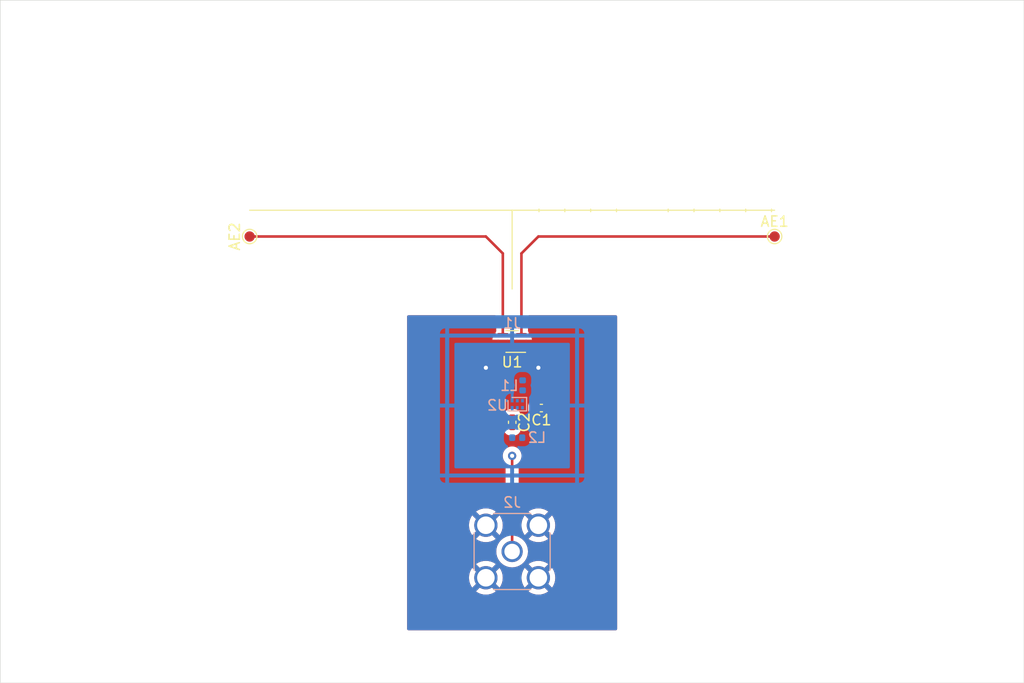
<source format=kicad_pcb>
(kicad_pcb (version 20211014) (generator pcbnew)
  (layers (0 "F.Cu" signal) (1 "In1.Cu" signal) (2 "In2.Cu" signal) (3 "In3.Cu" signal) (4 "In4.Cu" signal) (31 "B.Cu" signal) (34 "B.Paste" user) (35 "F.Paste" user) (36 "B.SilkS" user "B.Silkscreen") (37 "F.SilkS" user "F.Silkscreen") (38 "B.Mask" user) (39 "F.Mask" user) (44 "Edge.Cuts" user))
  (net 0 "")
  (net 1 "VCC")
  (net 2 "Net-(AE1-Pad1)")
  (net 3 "GNDA")
  (net 4 "Net-(C2-Pad1)")
  (net 5 "Net-(C2-Pad2)")
  (net 6 "Net-(L1-Pad2)")
  (net 7 "Net-(AE2-Pad1)")
  (net 8 "Net-(L1-Pad1)")
  (footprint "Capacitor_SMD:C_0402_1005Metric" (layer "F.Cu") (at 152.409049 106.878899 -90)
    (fp_text reference "C2" (at 0 -1.16 90) (layer "F.SilkS"))
    (fp_text value "0.7p")
    (fp_line (start -0.107836 0.36) (end 0.107836 0.36) (layer "F.SilkS") (width 0.12))
    (fp_line (start -0.107836 -0.36) (end 0.107836 -0.36) (layer "F.SilkS") (width 0.12))
    (pad "1" smd roundrect (at -0.48 0 270) (size 0.56 0.62) (layers "F.Cu" "F.Paste" "F.Mask") (net 4 "Net-(C2-Pad1)"))
    (pad "2" smd roundrect (at 0.48 0 270) (size 0.56 0.62) (layers "F.Cu" "F.Paste" "F.Mask") (net 5 "Net-(C2-Pad2)"))
  )
  (footprint "RF_Converter:Balun_Johanson_5400BL15B050E" (layer "F.Cu") (at 152.4 99.06 180)
    (fp_text reference "U1" (at 0 -2) (layer "F.SilkS"))
    (fp_text value "5400BL15B050")
    (fp_line (start -0.6 1.05) (end 0.6 1.05) (layer "F.SilkS") (width 0.12))
    (fp_line (start -1.3 -1.05) (end 0.6 -1.05) (layer "F.SilkS") (width 0.12))
    (pad "1" smd rect (at -0.9 -0.65 180) (size 1 0.35) (layers "F.Cu" "F.Paste" "F.Mask") (net 8 "Net-(L1-Pad1)") (clearance 0.2))
    (pad "2" smd rect (at -0.9 0 180) (size 1 0.35) (layers "F.Cu" "F.Paste" "F.Mask") (net 3 "GNDA"))
    (pad "3" smd rect (at -0.9 0.65 180) (size 1 0.35) (layers "F.Cu" "F.Paste" "F.Mask") (net 2 "Net-(AE1-Pad1)") (clearance 0.2))
    (pad "4" smd rect (at 0.9 0.65 180) (size 1 0.35) (layers "F.Cu" "F.Paste" "F.Mask") (net 7 "Net-(AE2-Pad1)") (clearance 0.2))
    (pad "5" smd rect (at 0.9 0 180) (size 1 0.35) (layers "F.Cu" "F.Paste" "F.Mask") (net 3 "GNDA"))
    (pad "6" smd rect (at 0.9 -0.65 180) (size 1 0.35) (layers "F.Cu" "F.Paste" "F.Mask") (clearance 0.2))
  )
  (footprint "Capacitor_SMD:C_0402_1005Metric" (layer "F.Cu") (at 155.23 105.5 180)
    (fp_text reference "C1" (at 0 -1.16) (layer "F.SilkS"))
    (fp_text value "0.1nF")
    (fp_line (start -0.107836 0.36) (end 0.107836 0.36) (layer "F.SilkS") (width 0.12))
    (fp_line (start -0.107836 -0.36) (end 0.107836 -0.36) (layer "F.SilkS") (width 0.12))
    (pad "1" smd roundrect (at -0.48 0 180) (size 0.56 0.62) (layers "F.Cu" "F.Paste" "F.Mask") (net 3 "GNDA"))
    (pad "2" smd roundrect (at 0.48 0 180) (size 0.56 0.62) (layers "F.Cu" "F.Paste" "F.Mask") (net 1 "VCC"))
  )
  (footprint "TestPoint:TestPoint_Pad_D1.0mm" (layer "F.Cu") (at 177.8 88.9)
    (fp_text reference "AE1" (at 0 -1.448) (layer "F.SilkS"))
    (fp_text value "Antenna")
    (fp_circle (center 0 0) (end 0 0.7) (layer "F.SilkS") (width 0.12) (fill none))
    (pad "1" smd circle (at 0 0) (size 1 1) (layers "F.Cu" "F.Mask") (net 2 "Net-(AE1-Pad1)"))
  )
  (footprint "TestPoint:TestPoint_Pad_D1.0mm" (layer "F.Cu") (at 127 88.9 90)
    (fp_text reference "AE2" (at 0 -1.448 90) (layer "F.SilkS"))
    (fp_text value "Antenna")
    (fp_circle (center 0 0) (end 0 0.7) (layer "F.SilkS") (width 0.12) (fill none))
    (pad "1" smd circle (at 0 0 90) (size 1 1) (layers "F.Cu" "F.Mask") (net 7 "Net-(AE2-Pad1)"))
  )
  (footprint "Connector_Coaxial:SMA_Amphenol_132134_Vertical" (layer "B.Cu") (at 152.4 119.38 180)
    (fp_text reference "J2" (at 0 4.75) (layer "B.SilkS") (effects (justify mirror)))
    (fp_text value "Conn_Coaxial")
    (fp_line (start -1.8 3.68) (end 1.8 3.68) (layer "B.SilkS") (width 0.12))
    (fp_line (start -3.68 1.8) (end -3.68 -1.8) (layer "B.SilkS") (width 0.12))
    (fp_line (start 3.68 1.8) (end 3.68 -1.8) (layer "B.SilkS") (width 0.12))
    (fp_line (start -1.8 -3.68) (end 1.8 -3.68) (layer "B.SilkS") (width 0.12))
    (pad "1" thru_hole circle (at 0 0 180) (size 2.05 2.05) (drill 1.5) (layers *.Cu *.Mask) (net 5 "Net-(C2-Pad2)"))
    (pad "2" thru_hole circle (at -2.54 2.54 180) (size 2.25 2.25) (drill 1.7) (layers *.Cu *.Mask) (net 3 "GNDA"))
    (pad "2" thru_hole circle (at 2.54 2.54 180) (size 2.25 2.25) (drill 1.7) (layers *.Cu *.Mask) (net 3 "GNDA"))
    (pad "2" thru_hole circle (at 2.54 -2.54 180) (size 2.25 2.25) (drill 1.7) (layers *.Cu *.Mask) (net 3 "GNDA"))
    (pad "2" thru_hole circle (at -2.54 -2.54 180) (size 2.25 2.25) (drill 1.7) (layers *.Cu *.Mask) (net 3 "GNDA"))
  )
  (footprint "RF_Shielding:Laird_Technologies_97-2003_12.70x13.37mm" (layer "B.Cu") (at 152.4 105.26 180)
    (fp_text reference "J1" (at 0 7.96) (layer "B.SilkS") (effects (justify mirror)))
    (fp_text value "RFShield_OnePiece")
    (pad "1" smd rect (at 0 -6.77 180) (size 12.19 0.38) (layers "B.Cu" "B.Paste" "B.Mask") (net 3 "GNDA"))
    (pad "1" smd rect (at 0 6.77 180) (size 12.19 0.38) (layers "B.Cu" "B.Paste" "B.Mask") (net 3 "GNDA"))
    (pad "1" smd rect (at -6.285 6.77 180) (size 0.38 0.38) (layers "B.Cu" "B.Paste" "B.Mask") (net 3 "GNDA"))
    (pad "1" smd rect (at 6.285 -6.77 180) (size 0.38 0.38) (layers "B.Cu" "B.Paste" "B.Mask") (net 3 "GNDA"))
    (pad "1" smd rect (at 6.285 6.77 180) (size 0.38 0.38) (layers "B.Cu" "B.Paste" "B.Mask") (net 3 "GNDA"))
    (pad "1" smd rect (at 6.285 0 180) (size 0.38 13.16) (layers "B.Cu" "B.Paste" "B.Mask") (net 3 "GNDA"))
    (pad "1" smd rect (at -6.285 0 180) (size 0.38 13.16) (layers "B.Cu" "B.Paste" "B.Mask") (net 3 "GNDA"))
    (pad "1" smd rect (at -6.285 -6.77 180) (size 0.38 0.38) (layers "B.Cu" "B.Paste" "B.Mask") (net 3 "GNDA"))
  )
  (footprint "Package_TO_SOT_SMD:SOT-886" (layer "B.Cu") (at 152.900082 105.125383 -90)
    (fp_text reference "U2" (at 0.10497 1.918214 180) (layer "B.SilkS") (effects (justify mirror)))
    (fp_text value "BGU7005")
    (fp_line (start 0.65 -0.9) (end 0.65 0.9) (layer "B.SilkS") (width 0.12))
    (fp_line (start -0.65 -0.9) (end 0.65 -0.9) (layer "B.SilkS") (width 0.12))
    (fp_line (start -0.65 0.5) (end -0.65 -0.9) (layer "B.SilkS") (width 0.12))
    (fp_line (start 0.65 0.9) (end -0.35 0.9) (layer "B.SilkS") (width 0.12))
    (pad "1" smd rect (at -0.34 0.5 270) (size 0.33 0.27) (layers "B.Cu" "B.Paste" "B.Mask") (net 3 "GNDA"))
    (pad "2" smd rect (at -0.34 0 270) (size 0.33 0.27) (layers "B.Cu" "B.Paste" "B.Mask") (net 3 "GNDA"))
    (pad "3" smd rect (at -0.34 -0.5 270) (size 0.33 0.27) (layers "B.Cu" "B.Paste" "B.Mask") (net 6 "Net-(L1-Pad2)"))
    (pad "4" smd rect (at 0.34 -0.5 270) (size 0.33 0.27) (layers "B.Cu" "B.Paste" "B.Mask") (net 1 "VCC"))
    (pad "5" smd rect (at 0.34 0 270) (size 0.33 0.27) (layers "B.Cu" "B.Paste" "B.Mask") (net 1 "VCC"))
    (pad "6" smd rect (at 0.34 0.5 270) (size 0.33 0.27) (layers "B.Cu" "B.Paste" "B.Mask") (net 4 "Net-(C2-Pad1)"))
  )
  (footprint "Inductor_SMD:L_0402_1005Metric" (layer "B.Cu") (at 152.891438 108.366778 180)
    (fp_text reference "L2" (at -1.914134 0.014729) (layer "B.SilkS") (effects (justify mirror)))
    (fp_text value "27n")
    (pad "1" smd roundrect (at -0.485 0 180) (size 0.59 0.64) (layers "B.Cu" "B.Paste" "B.Mask") (net 1 "VCC"))
    (pad "2" smd roundrect (at 0.485 0 180) (size 0.59 0.64) (layers "B.Cu" "B.Paste" "B.Mask") (net 5 "Net-(C2-Pad2)"))
  )
  (footprint "Inductor_SMD:L_0402_1005Metric" (layer "B.Cu") (at 153.416492 103.303564 -90)
    (fp_text reference "L1" (at 0.029873 1.284525) (layer "B.SilkS") (effects (justify mirror)))
    (fp_text value "5.6n")
    (pad "1" smd roundrect (at -0.485 0 270) (size 0.59 0.64) (layers "B.Cu" "B.Paste" "B.Mask") (net 8 "Net-(L1-Pad1)"))
    (pad "2" smd roundrect (at 0.485 0 270) (size 0.59 0.64) (layers "B.Cu" "B.Paste" "B.Mask") (net 6 "Net-(L1-Pad2)"))
  )
  (gr_line (start 152.4 86.36) (end 177.8 86.36) (layer "F.SilkS") (width 0.12))
  (gr_line (start 177.5 86.25) (end 177.5 86.5) (layer "F.SilkS") (width 0.12))
  (gr_line (start 152.4 93.98) (end 152.4 86.36) (layer "F.SilkS") (width 0.12))
  (gr_line (start 152.4 86.36) (end 127 86.36) (layer "F.SilkS") (width 0.12))
  (gr_line (start 160 86.25) (end 160 86.5) (layer "F.SilkS") (width 0.12))
  (gr_line (start 175 86.25) (end 175 86.5) (layer "F.SilkS") (width 0.12))
  (gr_line (start 162.5 86.25) (end 162.5 86.5) (layer "F.SilkS") (width 0.12))
  (gr_line (start 155 86.25) (end 155 86.5) (layer "F.SilkS") (width 0.12))
  (gr_line (start 167.5 86.25) (end 167.5 86.5) (layer "F.SilkS") (width 0.12))
  (gr_line (start 157.5 86.25) (end 157.5 86.5) (layer "F.SilkS") (width 0.12))
  (gr_line (start 170 86.25) (end 170 86.5) (layer "F.SilkS") (width 0.12))
  (gr_line (start 172.5 86.25) (end 172.5 86.5) (layer "F.SilkS") (width 0.12))
  (gr_rect (start 102.87 66.04) (end 201.93 132.08) (layer "Edge.Cuts") (width 0.05) (fill none))
  (segment (start 154.94 88.9) (end 153.3 90.54) (width 0.25) (layer "F.Cu") (net 2))
  (segment (start 153.3 90.54) (end 153.3 98.41) (width 0.25) (layer "F.Cu") (net 2))
  (segment (start 177.8 88.9) (end 154.94 88.9) (width 0.25) (layer "F.Cu") (net 2))
  (segment (start 150.75 99.06) (end 149.86 99.95) (width 0.25) (layer "F.Cu") (net 3))
  (segment (start 151.5 99.06) (end 153.3 99.06) (width 0.25) (layer "F.Cu") (net 3))
  (segment (start 149.86 99.95) (end 149.86 101.6) (width 0.25) (layer "F.Cu") (net 3))
  (segment (start 153.3 99.06) (end 154.05 99.06) (width 0.25) (layer "F.Cu") (net 3))
  (segment (start 154.94 99.95) (end 154.94 101.6) (width 0.25) (layer "F.Cu") (net 3))
  (segment (start 151.5 99.06) (end 150.75 99.06) (width 0.25) (layer "F.Cu") (net 3))
  (segment (start 154.05 99.06) (end 154.94 99.95) (width 0.25) (layer "F.Cu") (net 3))
  (via (at 154.94 101.6) (size 0.8) (drill 0.4) (layers "F.Cu" "B.Cu") (net 3))
  (via (at 149.86 101.6) (size 0.8) (drill 0.4) (layers "F.Cu" "B.Cu") (net 3))
  (segment (start 152.412408 105.624883) (end 152.387525 105.6) (width 0.25) (layer "B.Cu") (net 4))
  (segment (start 152.4 119.38) (end 152.4 110.123657) (width 0.25) (layer "F.Cu") (net 5))
  (via (at 152.4 110.123657) (size 0.8) (drill 0.4) (layers "F.Cu" "B.Cu") (net 5))
  (segment (start 151.5 90.54) (end 149.86 88.9) (width 0.25) (layer "F.Cu") (net 7))
  (segment (start 151.5 98.41) (end 151.5 90.54) (width 0.25) (layer "F.Cu") (net 7))
  (segment (start 149.86 88.9) (end 127 88.9) (width 0.25) (layer "F.Cu") (net 7))
  (zone (net 3) (net_name "GNDA") (layer "F.Cu") (connect_pads (clearance 0.508)) (min_thickness 0.254) (fill yes (thermal_gap 0.508) (thermal_bridge_width 0.508))
    (polygon (pts (xy 162.56 127) (xy 142.24 127) (xy 142.24 96.52) (xy 162.56 96.52)))
  )
  (zone (net 3) (net_name "GNDA") (layer "B.Cu") (connect_pads (clearance 0.508)) (min_thickness 0.254) (fill yes (thermal_gap 0.508) (thermal_bridge_width 0.508))
    (polygon (pts (xy 162.56 127) (xy 142.24 127) (xy 142.24 96.52) (xy 162.56 96.52)))
  )
)
</source>
